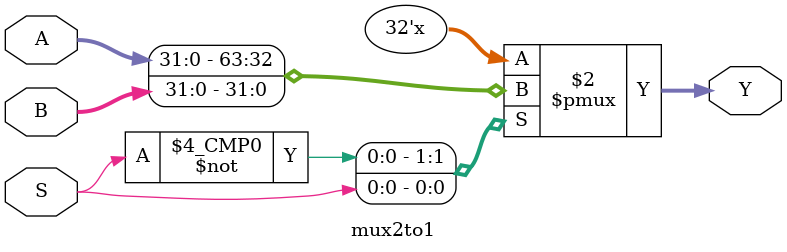
<source format=sv>

module mux2to1 (
  	input wire[31:0] A, 
  	input wire[31:0] B,
  	input wire S,
  	output reg[31:0] Y
);

  	always @(*)
    begin
      	case(S)
        	0 : Y = A;
        	1 : Y = B;
        endcase      
    end  
    
endmodule
</source>
